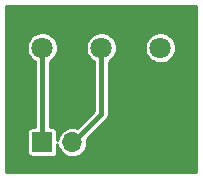
<source format=gtl>
G04 #@! TF.FileFunction,Copper,L1,Top,Signal*
%FSLAX46Y46*%
G04 Gerber Fmt 4.6, Leading zero omitted, Abs format (unit mm)*
G04 Created by KiCad (PCBNEW 4.0.4-1.fc24-product) date Tue Jun 12 13:17:19 2018*
%MOMM*%
%LPD*%
G01*
G04 APERTURE LIST*
%ADD10C,0.100000*%
%ADD11C,1.800000*%
%ADD12R,1.700000X1.700000*%
%ADD13O,1.700000X1.700000*%
%ADD14C,0.400000*%
%ADD15C,0.250000*%
G04 APERTURE END LIST*
D10*
D11*
X142500000Y-85000000D03*
X137500000Y-85000000D03*
X132500000Y-85000000D03*
D12*
X132500000Y-93000000D03*
D13*
X135040000Y-93000000D03*
D14*
X132500000Y-93000000D02*
X132500000Y-85000000D01*
X135040000Y-93000000D02*
X135100000Y-93000000D01*
X135100000Y-93000000D02*
X137500000Y-90600000D01*
X137500000Y-90600000D02*
X137500000Y-85000000D01*
D15*
G36*
X145550000Y-95550000D02*
X129450000Y-95550000D01*
X129450000Y-85111410D01*
X131173258Y-85111410D01*
X131220166Y-85366987D01*
X131315821Y-85608585D01*
X131456582Y-85827003D01*
X131637086Y-86013920D01*
X131850458Y-86162218D01*
X131875000Y-86172940D01*
X131875000Y-91722944D01*
X131650000Y-91722944D01*
X131582320Y-91728341D01*
X131467528Y-91763890D01*
X131367185Y-91830012D01*
X131289235Y-91921471D01*
X131239852Y-92031025D01*
X131222944Y-92150000D01*
X131222944Y-93850000D01*
X131228341Y-93917680D01*
X131263890Y-94032472D01*
X131330012Y-94132815D01*
X131421471Y-94210765D01*
X131531025Y-94260148D01*
X131650000Y-94277056D01*
X133350000Y-94277056D01*
X133417680Y-94271659D01*
X133532472Y-94236110D01*
X133632815Y-94169988D01*
X133710765Y-94078529D01*
X133760148Y-93968975D01*
X133777056Y-93850000D01*
X133777056Y-93191014D01*
X133781415Y-93238911D01*
X133851672Y-93477623D01*
X133966957Y-93698143D01*
X134122878Y-93892071D01*
X134313498Y-94052020D01*
X134531555Y-94171898D01*
X134768744Y-94247138D01*
X135016029Y-94274876D01*
X135033831Y-94275000D01*
X135046169Y-94275000D01*
X135293818Y-94250718D01*
X135532034Y-94178796D01*
X135751743Y-94061975D01*
X135944578Y-93904703D01*
X136103192Y-93712971D01*
X136221545Y-93494082D01*
X136295127Y-93256374D01*
X136321138Y-93008901D01*
X136298585Y-92761089D01*
X136281351Y-92702533D01*
X137941942Y-91041941D01*
X137978580Y-90997337D01*
X138015696Y-90953104D01*
X138017279Y-90950224D01*
X138019365Y-90947685D01*
X138046640Y-90896818D01*
X138074460Y-90846214D01*
X138075454Y-90843080D01*
X138077007Y-90840184D01*
X138093892Y-90784956D01*
X138111342Y-90729945D01*
X138111708Y-90726681D01*
X138112670Y-90723535D01*
X138118507Y-90666069D01*
X138124939Y-90608726D01*
X138124984Y-90602301D01*
X138124996Y-90602182D01*
X138124986Y-90602071D01*
X138125000Y-90600000D01*
X138125000Y-86172726D01*
X138319698Y-86049166D01*
X138507872Y-85869971D01*
X138657655Y-85657640D01*
X138763344Y-85420259D01*
X138820912Y-85166870D01*
X138821686Y-85111410D01*
X141173258Y-85111410D01*
X141220166Y-85366987D01*
X141315821Y-85608585D01*
X141456582Y-85827003D01*
X141637086Y-86013920D01*
X141850458Y-86162218D01*
X142088571Y-86266247D01*
X142342356Y-86322045D01*
X142602145Y-86327487D01*
X142858043Y-86282365D01*
X143100303Y-86188399D01*
X143319698Y-86049166D01*
X143507872Y-85869971D01*
X143657655Y-85657640D01*
X143763344Y-85420259D01*
X143820912Y-85166870D01*
X143825057Y-84870077D01*
X143774586Y-84615180D01*
X143675566Y-84374940D01*
X143531770Y-84158509D01*
X143348673Y-83974130D01*
X143133251Y-83828826D01*
X142893709Y-83728132D01*
X142639170Y-83675883D01*
X142379331Y-83674069D01*
X142124087Y-83722759D01*
X141883163Y-83820099D01*
X141665733Y-83962381D01*
X141480080Y-84144186D01*
X141333276Y-84358588D01*
X141230911Y-84597421D01*
X141176886Y-84851589D01*
X141173258Y-85111410D01*
X138821686Y-85111410D01*
X138825057Y-84870077D01*
X138774586Y-84615180D01*
X138675566Y-84374940D01*
X138531770Y-84158509D01*
X138348673Y-83974130D01*
X138133251Y-83828826D01*
X137893709Y-83728132D01*
X137639170Y-83675883D01*
X137379331Y-83674069D01*
X137124087Y-83722759D01*
X136883163Y-83820099D01*
X136665733Y-83962381D01*
X136480080Y-84144186D01*
X136333276Y-84358588D01*
X136230911Y-84597421D01*
X136176886Y-84851589D01*
X136173258Y-85111410D01*
X136220166Y-85366987D01*
X136315821Y-85608585D01*
X136456582Y-85827003D01*
X136637086Y-86013920D01*
X136850458Y-86162218D01*
X136875000Y-86172940D01*
X136875000Y-90341117D01*
X135426650Y-91789467D01*
X135311256Y-91752862D01*
X135063971Y-91725124D01*
X135046169Y-91725000D01*
X135033831Y-91725000D01*
X134786182Y-91749282D01*
X134547966Y-91821204D01*
X134328257Y-91938025D01*
X134135422Y-92095297D01*
X133976808Y-92287029D01*
X133858455Y-92505918D01*
X133784873Y-92743626D01*
X133777056Y-92817998D01*
X133777056Y-92150000D01*
X133771659Y-92082320D01*
X133736110Y-91967528D01*
X133669988Y-91867185D01*
X133578529Y-91789235D01*
X133468975Y-91739852D01*
X133350000Y-91722944D01*
X133125000Y-91722944D01*
X133125000Y-86172726D01*
X133319698Y-86049166D01*
X133507872Y-85869971D01*
X133657655Y-85657640D01*
X133763344Y-85420259D01*
X133820912Y-85166870D01*
X133825057Y-84870077D01*
X133774586Y-84615180D01*
X133675566Y-84374940D01*
X133531770Y-84158509D01*
X133348673Y-83974130D01*
X133133251Y-83828826D01*
X132893709Y-83728132D01*
X132639170Y-83675883D01*
X132379331Y-83674069D01*
X132124087Y-83722759D01*
X131883163Y-83820099D01*
X131665733Y-83962381D01*
X131480080Y-84144186D01*
X131333276Y-84358588D01*
X131230911Y-84597421D01*
X131176886Y-84851589D01*
X131173258Y-85111410D01*
X129450000Y-85111410D01*
X129450000Y-81450000D01*
X145550000Y-81450000D01*
X145550000Y-95550000D01*
X145550000Y-95550000D01*
G37*
X145550000Y-95550000D02*
X129450000Y-95550000D01*
X129450000Y-85111410D01*
X131173258Y-85111410D01*
X131220166Y-85366987D01*
X131315821Y-85608585D01*
X131456582Y-85827003D01*
X131637086Y-86013920D01*
X131850458Y-86162218D01*
X131875000Y-86172940D01*
X131875000Y-91722944D01*
X131650000Y-91722944D01*
X131582320Y-91728341D01*
X131467528Y-91763890D01*
X131367185Y-91830012D01*
X131289235Y-91921471D01*
X131239852Y-92031025D01*
X131222944Y-92150000D01*
X131222944Y-93850000D01*
X131228341Y-93917680D01*
X131263890Y-94032472D01*
X131330012Y-94132815D01*
X131421471Y-94210765D01*
X131531025Y-94260148D01*
X131650000Y-94277056D01*
X133350000Y-94277056D01*
X133417680Y-94271659D01*
X133532472Y-94236110D01*
X133632815Y-94169988D01*
X133710765Y-94078529D01*
X133760148Y-93968975D01*
X133777056Y-93850000D01*
X133777056Y-93191014D01*
X133781415Y-93238911D01*
X133851672Y-93477623D01*
X133966957Y-93698143D01*
X134122878Y-93892071D01*
X134313498Y-94052020D01*
X134531555Y-94171898D01*
X134768744Y-94247138D01*
X135016029Y-94274876D01*
X135033831Y-94275000D01*
X135046169Y-94275000D01*
X135293818Y-94250718D01*
X135532034Y-94178796D01*
X135751743Y-94061975D01*
X135944578Y-93904703D01*
X136103192Y-93712971D01*
X136221545Y-93494082D01*
X136295127Y-93256374D01*
X136321138Y-93008901D01*
X136298585Y-92761089D01*
X136281351Y-92702533D01*
X137941942Y-91041941D01*
X137978580Y-90997337D01*
X138015696Y-90953104D01*
X138017279Y-90950224D01*
X138019365Y-90947685D01*
X138046640Y-90896818D01*
X138074460Y-90846214D01*
X138075454Y-90843080D01*
X138077007Y-90840184D01*
X138093892Y-90784956D01*
X138111342Y-90729945D01*
X138111708Y-90726681D01*
X138112670Y-90723535D01*
X138118507Y-90666069D01*
X138124939Y-90608726D01*
X138124984Y-90602301D01*
X138124996Y-90602182D01*
X138124986Y-90602071D01*
X138125000Y-90600000D01*
X138125000Y-86172726D01*
X138319698Y-86049166D01*
X138507872Y-85869971D01*
X138657655Y-85657640D01*
X138763344Y-85420259D01*
X138820912Y-85166870D01*
X138821686Y-85111410D01*
X141173258Y-85111410D01*
X141220166Y-85366987D01*
X141315821Y-85608585D01*
X141456582Y-85827003D01*
X141637086Y-86013920D01*
X141850458Y-86162218D01*
X142088571Y-86266247D01*
X142342356Y-86322045D01*
X142602145Y-86327487D01*
X142858043Y-86282365D01*
X143100303Y-86188399D01*
X143319698Y-86049166D01*
X143507872Y-85869971D01*
X143657655Y-85657640D01*
X143763344Y-85420259D01*
X143820912Y-85166870D01*
X143825057Y-84870077D01*
X143774586Y-84615180D01*
X143675566Y-84374940D01*
X143531770Y-84158509D01*
X143348673Y-83974130D01*
X143133251Y-83828826D01*
X142893709Y-83728132D01*
X142639170Y-83675883D01*
X142379331Y-83674069D01*
X142124087Y-83722759D01*
X141883163Y-83820099D01*
X141665733Y-83962381D01*
X141480080Y-84144186D01*
X141333276Y-84358588D01*
X141230911Y-84597421D01*
X141176886Y-84851589D01*
X141173258Y-85111410D01*
X138821686Y-85111410D01*
X138825057Y-84870077D01*
X138774586Y-84615180D01*
X138675566Y-84374940D01*
X138531770Y-84158509D01*
X138348673Y-83974130D01*
X138133251Y-83828826D01*
X137893709Y-83728132D01*
X137639170Y-83675883D01*
X137379331Y-83674069D01*
X137124087Y-83722759D01*
X136883163Y-83820099D01*
X136665733Y-83962381D01*
X136480080Y-84144186D01*
X136333276Y-84358588D01*
X136230911Y-84597421D01*
X136176886Y-84851589D01*
X136173258Y-85111410D01*
X136220166Y-85366987D01*
X136315821Y-85608585D01*
X136456582Y-85827003D01*
X136637086Y-86013920D01*
X136850458Y-86162218D01*
X136875000Y-86172940D01*
X136875000Y-90341117D01*
X135426650Y-91789467D01*
X135311256Y-91752862D01*
X135063971Y-91725124D01*
X135046169Y-91725000D01*
X135033831Y-91725000D01*
X134786182Y-91749282D01*
X134547966Y-91821204D01*
X134328257Y-91938025D01*
X134135422Y-92095297D01*
X133976808Y-92287029D01*
X133858455Y-92505918D01*
X133784873Y-92743626D01*
X133777056Y-92817998D01*
X133777056Y-92150000D01*
X133771659Y-92082320D01*
X133736110Y-91967528D01*
X133669988Y-91867185D01*
X133578529Y-91789235D01*
X133468975Y-91739852D01*
X133350000Y-91722944D01*
X133125000Y-91722944D01*
X133125000Y-86172726D01*
X133319698Y-86049166D01*
X133507872Y-85869971D01*
X133657655Y-85657640D01*
X133763344Y-85420259D01*
X133820912Y-85166870D01*
X133825057Y-84870077D01*
X133774586Y-84615180D01*
X133675566Y-84374940D01*
X133531770Y-84158509D01*
X133348673Y-83974130D01*
X133133251Y-83828826D01*
X132893709Y-83728132D01*
X132639170Y-83675883D01*
X132379331Y-83674069D01*
X132124087Y-83722759D01*
X131883163Y-83820099D01*
X131665733Y-83962381D01*
X131480080Y-84144186D01*
X131333276Y-84358588D01*
X131230911Y-84597421D01*
X131176886Y-84851589D01*
X131173258Y-85111410D01*
X129450000Y-85111410D01*
X129450000Y-81450000D01*
X145550000Y-81450000D01*
X145550000Y-95550000D01*
M02*

</source>
